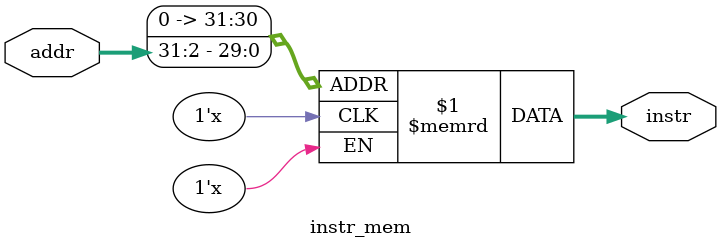
<source format=sv>

module instr_mem(
    input [31:0] addr,
    output logic [31:0] instr
    );
    logic [31:0] mem [1023:0];
/*    
    initial begin
        mem[0] = 32'b00000000001000001000000110110011; //ADD x3, x1, x2
        mem[1] = 32'b0100000_00100_00011_000_00110_0110011; //SUB x6, x3, x4
        mem[2] = 32'b00000000111100111111010000010011; //ANDI x8, x7, 15
        mem[3] = 32'b00000000101000010010010010010011; //SLTI x9, x2, 10
        mem[4] = 32'b00000000010100111010010100000011; //LW x10, 5(x7)
        mem[5] = 32'b11111111110000010010010110000011; //LW x11, -4(x2)
        mem[6] = 32'b00000000000100100010010100100011; //SW x1, 10(x4)
        mem[7] = 32'b11111110010100010010111110100011; //SW x5, -1(x2)
        mem[8] = 32'b00000000110000001101010001100011; //BGE x1, x12, 8
        mem[9] = 32'b00000000001000001001011010110011; //SLL x13, x1, x2
        mem[10] = 32'b00000000001000001101011010110011; //SRL x13, x1, x2
        mem[11] = 32'b00010010001101000101011100110111; //LUI x14, 0x12345            
        mem[12] = 32'b01100111100010010000011110010111; //AUIPC x15, 0x67890
        mem[13] = 32'b0_0001000000_0_00000000_11010_1101111; //JAL x26, 128
        mem[45] = 32'b00000000000011010000110111100111; //JALR x27, x26, 0
    end
 */   
    
    /*
    initial begin
        $readmemh("C:\\Users\\HP\\Desktop\\tb_6\\instr.txt",mem);
    end
    */
    
    assign instr = mem[addr >> 2];
endmodule


</source>
